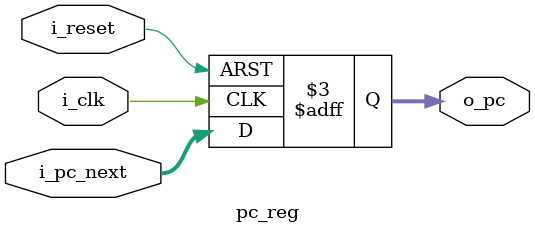
<source format=sv>
module singlecycle (
	//inputs
	input logic i_clk,
	input logic i_reset,
	input logic [31:0] i_io_sw,
	//outputs
	output logic [31:0] o_io_lcd,
	output logic [31:0] o_io_ledg,
	output logic [31:0] o_io_ledr,
  	output logic [6:0] o_io_hex0,
  	output logic [6:0] o_io_hex1,
  	output logic [6:0] o_io_hex2,
  	output logic [6:0] o_io_hex3,
  	output logic [6:0] o_io_hex4,
  	output logic [6:0] o_io_hex5,
  	output logic [6:0] o_io_hex6,
  	output logic [6:0] o_io_hex7,
	//----signals for debugging---//
	output logic [31:0] o_pc_debug,
	output logic o_insn_vld
	);
	 
//------Wire--------//
	logic pc_sel;
	logic rd_wren;
	logic br_un;
	logic br_less;
	logic br_equal;
	logic opa_sel;
	logic opb_sel;
	logic [3:0] alu_op;
	logic mem_wren;
	logic [1:0] wb_sel;
	
	logic [31:0] pc_four;
	logic [31:0] pc_next;
	logic [31:0] pc;
	logic [31:0] instr;
	logic [31:0] rs1_data;
	logic [31:0] rs2_data;
	logic [31:0] immediate;
	logic [31:0] operand_a;
	logic [31:0] operand_b;
	logic [31:0] alu_data;
	logic [31:0] ld_data;
	logic [31:0] wb_data;
	
	logic [31:0] mem_rdata;
	logic [3:0] mem_bmask = 4'b1111;  // Mặc định truy cập cả 4 byte (word)
	
	assign o_pc_debug = pc;
   
	regfile regfile (
		.i_clk 			(i_clk),
		.i_reset 		(i_reset),
		.i_rs1_addr 	(instr[19:15]),  // Địa chỉ thanh ghi nguồn 1
		.i_rs2_addr 	(instr[24:20]),  // Địa chỉ thanh ghi nguồn 2  
		.i_rd_addr 		(instr[11:7]),   // Địa chỉ thanh ghi đích
		.i_rd_data 		(wb_data),   // Dữ liệu ghi vào thanh ghi đích
		.i_rd_wren 		(rd_wren),   // Cho phép ghi
		.o_rs1_data 	(rs1_data),  // Dữ liệu từ thanh ghi nguồn 1
		.o_rs2_data 	(rs2_data)  // Dữ liệu từ thanh ghi nguồn 2
	);
	
	immgen immgen (
		.i_inst (instr),
		.o_imm (immediate)
	);
	
	brc brc (
		.i_rs1_data		(rs1_data), // Dữ liệu từ thanh ghi 1
		.i_rs2_data 	(rs2_data), // Dữ liệu từ thanh ghi 2
		.i_br_un 		(br_un),    // Chế độ so sánh (1: signed, 0: unsigned)
		.o_br_less 		(br_less),      // Kết quả rs1 < rs2
		.o_br_equal 	(br_equal)      // Kết quả rs1 == rs2
	);
	
	alu alu (
		.i_op_a 		(operand_a),
		.i_op_b 		(operand_b),
		.i_alu_op 	(alu_op),
		.o_alu_data (alu_data)
	);
	
	mux2_1_32bit opa (
		.a (rs1_data),
		.b (pc),
		.s (opa_sel),
		.y (operand_a)
	);
	
	mux2_1_32bit opb (
		.a (rs2_data),
		.b (immediate),
		.s (opb_sel),
		.y	(operand_b)
	);
	
	LSU lsu (
		.i_clk 			(i_clk),         // Xung clock
		.i_reset 		(i_reset),       // Tín hiệu reset (active low)
		.i_lsu_addr		(alu_data),    						// Địa chỉ bộ nhớ
		.i_st_data		(rs2_data),     						// Dữ liệu cần ghi
		.i_lsu_wren    (mem_wren),			// Tín hiệu cho phép ghi (1: ghi, 0: đọc)
		.o_ld_data		(ld_data),     // Dữ liệu đọc từ bộ nhớ
		.o_io_ledr (o_io_ledr),    // Điều khiển đèn LED đỏ
		.o_io_ledg (o_io_ledg),    // Điều khiển đèn LED xanh lá
		.o_io_hex0 (o_io_hex0),
		.o_io_hex1 (o_io_hex1),
		.o_io_hex2 (o_io_hex2),
		.o_io_hex3 (o_io_hex3),
		.o_io_hex4 (o_io_hex4),
		.o_io_hex5 (o_io_hex5),
		.o_io_hex6 (o_io_hex6),
		.o_io_hex7 (o_io_hex7),
		.o_io_lcd  (o_io_lcd),
		.i_io_sw   (i_io_sw)
	);

	controlunit controlunit (
		.i_instr 	(instr),
		.br_less 	(br_less),
		.br_equal	(br_equal),
		.pc_sel 		(pc_sel),
		.rd_wren		(rd_wren),
		.br_un 		(br_un),
		.opa_sel 	(opa_sel),
		.opb_sel 	(opb_sel),
		.mem_wren 	(mem_wren),
		.insn_vld 	(insn_vld),
		.alu_op 		(alu_op),
		.wb_sel 		(wb_sel)
	);
	
	memory memory (
		.i_clk    (i_clk),
		.i_reset  (i_reset),
		.i_addr   (pc),       // Địa chỉ đọc lệnh
		.i_wdata  (rs2_data), // Dữ liệu cần ghi
		.i_bmask  (mem_bmask),
		.i_wren   (mem_wren), // Ghi khi cần
		.o_rdata  (mem_rdata) // Lệnh đọc ra từ bộ nhớ
);
	
	pc_reg pc_reg (
		.i_clk (i_clk),
		.i_reset (i_reset),
		.i_pc_next (pc_next),
		.o_pc (pc)
	);
	
	mux2_1_32bit pc_mux (
		.a (pc_four),    // Giá trị PC + 4 (mặc định)
		.b (alu_data),   // Giá trị từ ALU (nhảy hoặc branch)
		.s (pc_sel),     // Tín hiệu chọn (1: chọn ALU, 0: chọn PC + 4)
		.y (pc_next)     // Kết quả đầu ra
);

	fulladder_32 pc_adder (
		.a 	(pc),
		.b 	(32'd4),
		.sum 	(pc_four)
	);

	
endmodule: singlecycle

module pc_reg (
	input logic i_clk,
	input logic i_reset,
	input logic [31:0] i_pc_next,
	output logic [31:0] o_pc
	);
	
	// Thanh ghi lưu trữ giá trị PC
	always_ff @(posedge i_clk or negedge i_reset) begin
		if (!i_reset) 
				o_pc <= 32'h0; // Reset về 0 khi có tín hiệu reset
		else 
				o_pc <= i_pc_next; // Cập nhật PC với giá trị tiếp theo
	end

endmodule: pc_reg

</source>
